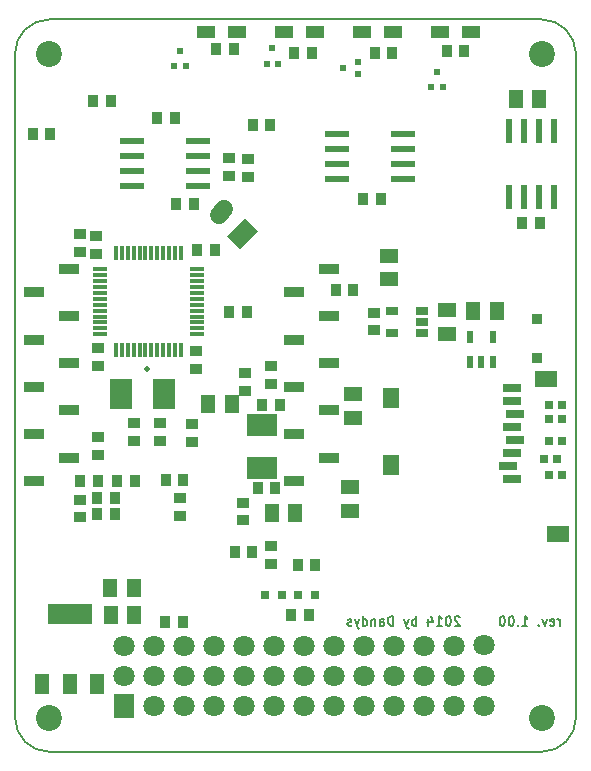
<source format=gbr>
G04 (created by PCBNEW (2013-may-18)-stable) date St 19. únor 2014, 18:08:51 CET*
%MOIN*%
G04 Gerber Fmt 3.4, Leading zero omitted, Abs format*
%FSLAX34Y34*%
G01*
G70*
G90*
G04 APERTURE LIST*
%ADD10C,0.00590551*%
%ADD11C,0.00787402*%
%ADD12C,0.06*%
%ADD13R,0.0335X0.0335*%
%ADD14C,0.0708661*%
%ADD15R,0.0708661X0.0787*%
%ADD16R,0.0394X0.0354*%
%ADD17C,0.0866142*%
%ADD18R,0.0669X0.0334*%
%ADD19R,0.0394X0.0272*%
%ADD20R,0.0512X0.0709*%
%ADD21R,0.1496X0.0709*%
%ADD22R,0.0236X0.0394*%
%ADD23R,0.0236X0.0787*%
%ADD24R,0.0787X0.0236*%
%ADD25R,0.0472X0.059*%
%ADD26R,0.0354X0.0394*%
%ADD27R,0.059X0.0314*%
%ADD28R,0.0551X0.0708*%
%ADD29R,0.0748X0.0551*%
%ADD30R,0.0118X0.0512*%
%ADD31R,0.0512X0.0118*%
%ADD32R,0.0590551X0.0393701*%
%ADD33R,0.0314X0.0314*%
%ADD34R,0.0998882X0.0723291*%
%ADD35R,0.0723291X0.0998882*%
%ADD36R,0.0473X0.059*%
%ADD37R,0.059X0.0472*%
%ADD38R,0.059X0.0473*%
%ADD39C,0.019685*%
%ADD40R,0.0315X0.0275*%
%ADD41R,0.019685X0.023622*%
%ADD42R,0.023622X0.019685*%
G04 APERTURE END LIST*
G54D10*
G54D11*
X17965Y4010D02*
X17965Y4220D01*
X17965Y4160D02*
X17950Y4190D01*
X17935Y4205D01*
X17905Y4220D01*
X17875Y4220D01*
X17650Y4025D02*
X17680Y4010D01*
X17740Y4010D01*
X17770Y4025D01*
X17785Y4055D01*
X17785Y4175D01*
X17770Y4205D01*
X17740Y4220D01*
X17680Y4220D01*
X17650Y4205D01*
X17635Y4175D01*
X17635Y4145D01*
X17785Y4115D01*
X17530Y4220D02*
X17455Y4010D01*
X17380Y4220D01*
X17260Y4040D02*
X17245Y4025D01*
X17260Y4010D01*
X17275Y4025D01*
X17260Y4040D01*
X17260Y4010D01*
X16705Y4010D02*
X16885Y4010D01*
X16795Y4010D02*
X16795Y4325D01*
X16825Y4280D01*
X16855Y4250D01*
X16885Y4235D01*
X16570Y4040D02*
X16555Y4025D01*
X16570Y4010D01*
X16585Y4025D01*
X16570Y4040D01*
X16570Y4010D01*
X16360Y4325D02*
X16330Y4325D01*
X16300Y4310D01*
X16285Y4295D01*
X16270Y4265D01*
X16255Y4205D01*
X16255Y4130D01*
X16270Y4070D01*
X16285Y4040D01*
X16300Y4025D01*
X16330Y4010D01*
X16360Y4010D01*
X16390Y4025D01*
X16405Y4040D01*
X16420Y4070D01*
X16435Y4130D01*
X16435Y4205D01*
X16420Y4265D01*
X16405Y4295D01*
X16390Y4310D01*
X16360Y4325D01*
X16060Y4325D02*
X16030Y4325D01*
X16000Y4310D01*
X15985Y4295D01*
X15970Y4265D01*
X15955Y4205D01*
X15955Y4130D01*
X15970Y4070D01*
X15985Y4040D01*
X16000Y4025D01*
X16030Y4010D01*
X16060Y4010D01*
X16090Y4025D01*
X16105Y4040D01*
X16120Y4070D01*
X16135Y4130D01*
X16135Y4205D01*
X16120Y4265D01*
X16105Y4295D01*
X16090Y4310D01*
X16060Y4325D01*
X14635Y4295D02*
X14620Y4310D01*
X14590Y4325D01*
X14515Y4325D01*
X14485Y4310D01*
X14470Y4295D01*
X14455Y4265D01*
X14455Y4235D01*
X14470Y4190D01*
X14650Y4010D01*
X14455Y4010D01*
X14260Y4325D02*
X14230Y4325D01*
X14200Y4310D01*
X14185Y4295D01*
X14170Y4265D01*
X14155Y4205D01*
X14155Y4130D01*
X14170Y4070D01*
X14185Y4040D01*
X14200Y4025D01*
X14230Y4010D01*
X14260Y4010D01*
X14290Y4025D01*
X14305Y4040D01*
X14320Y4070D01*
X14335Y4130D01*
X14335Y4205D01*
X14320Y4265D01*
X14305Y4295D01*
X14290Y4310D01*
X14260Y4325D01*
X13855Y4010D02*
X14035Y4010D01*
X13945Y4010D02*
X13945Y4325D01*
X13975Y4280D01*
X14005Y4250D01*
X14035Y4235D01*
X13585Y4220D02*
X13585Y4010D01*
X13660Y4340D02*
X13735Y4115D01*
X13540Y4115D01*
X13180Y4010D02*
X13180Y4325D01*
X13180Y4205D02*
X13150Y4220D01*
X13090Y4220D01*
X13060Y4205D01*
X13045Y4190D01*
X13030Y4160D01*
X13030Y4070D01*
X13045Y4040D01*
X13060Y4025D01*
X13090Y4010D01*
X13150Y4010D01*
X13180Y4025D01*
X12925Y4220D02*
X12850Y4010D01*
X12775Y4220D02*
X12850Y4010D01*
X12880Y3935D01*
X12895Y3920D01*
X12925Y3905D01*
X12415Y4010D02*
X12415Y4325D01*
X12340Y4325D01*
X12295Y4310D01*
X12265Y4280D01*
X12250Y4250D01*
X12235Y4190D01*
X12235Y4145D01*
X12250Y4085D01*
X12265Y4055D01*
X12295Y4025D01*
X12340Y4010D01*
X12415Y4010D01*
X11965Y4010D02*
X11965Y4175D01*
X11980Y4205D01*
X12010Y4220D01*
X12070Y4220D01*
X12100Y4205D01*
X11965Y4025D02*
X11995Y4010D01*
X12070Y4010D01*
X12100Y4025D01*
X12115Y4055D01*
X12115Y4085D01*
X12100Y4115D01*
X12070Y4130D01*
X11995Y4130D01*
X11965Y4145D01*
X11815Y4220D02*
X11815Y4010D01*
X11815Y4190D02*
X11800Y4205D01*
X11770Y4220D01*
X11725Y4220D01*
X11695Y4205D01*
X11680Y4175D01*
X11680Y4010D01*
X11395Y4010D02*
X11395Y4325D01*
X11395Y4025D02*
X11425Y4010D01*
X11485Y4010D01*
X11515Y4025D01*
X11530Y4040D01*
X11545Y4070D01*
X11545Y4160D01*
X11530Y4190D01*
X11515Y4205D01*
X11485Y4220D01*
X11425Y4220D01*
X11395Y4205D01*
X11275Y4220D02*
X11200Y4010D01*
X11125Y4220D02*
X11200Y4010D01*
X11230Y3935D01*
X11245Y3920D01*
X11275Y3905D01*
X11020Y4025D02*
X10991Y4010D01*
X10931Y4010D01*
X10901Y4025D01*
X10886Y4055D01*
X10886Y4070D01*
X10901Y4100D01*
X10931Y4115D01*
X10976Y4115D01*
X11005Y4130D01*
X11020Y4160D01*
X11020Y4175D01*
X11005Y4205D01*
X10976Y4220D01*
X10931Y4220D01*
X10901Y4205D01*
G54D10*
X-196Y944D02*
G75*
G03X944Y-196I1141J0D01*
G74*
G01*
X944Y24212D02*
X17362Y24212D01*
X-196Y944D02*
X-196Y23070D01*
X17362Y-196D02*
X944Y-196D01*
X18503Y23070D02*
X18503Y944D01*
X17362Y-196D02*
G75*
G03X18503Y944I0J1141D01*
G74*
G01*
X944Y24212D02*
G75*
G03X-196Y23070I0J-1141D01*
G74*
G01*
X18503Y23070D02*
G75*
G03X17362Y24212I-1141J0D01*
G74*
G01*
G36*
X7911Y17177D02*
X7298Y16565D01*
X6874Y16989D01*
X7486Y17601D01*
X7911Y17177D01*
X7911Y17177D01*
G37*
G54D12*
X6591Y17696D02*
X6779Y17884D01*
G54D13*
X17192Y14241D03*
X17192Y12923D03*
G54D14*
X15433Y3346D03*
X15433Y2342D03*
X15433Y1338D03*
G54D15*
X3425Y1340D03*
G54D14*
X3425Y2340D03*
X4425Y1340D03*
X4425Y2340D03*
X5425Y1340D03*
X5425Y2340D03*
X6425Y1340D03*
X6425Y2340D03*
X7425Y1340D03*
X7425Y2340D03*
X8425Y1340D03*
X8425Y2340D03*
X9425Y1340D03*
X9425Y2340D03*
X10425Y1340D03*
X10425Y2340D03*
X11425Y1340D03*
X11425Y2340D03*
X12425Y1340D03*
X12425Y2340D03*
X3425Y3340D03*
X4425Y3340D03*
X5425Y3340D03*
X6425Y3340D03*
X7425Y3340D03*
X8425Y3340D03*
X9425Y3340D03*
X10425Y3340D03*
X11425Y3340D03*
X12425Y3340D03*
X13425Y1340D03*
X13425Y2340D03*
X13425Y3340D03*
X14425Y1340D03*
X14429Y2342D03*
X14425Y3340D03*
G54D16*
X7559Y18955D03*
X7559Y19547D03*
G54D17*
X944Y23070D03*
X944Y944D03*
X17362Y944D03*
X17362Y23070D03*
G54D18*
X10275Y15905D03*
X9094Y15117D03*
X10275Y14330D03*
X9094Y13542D03*
X10275Y12755D03*
X9094Y11968D03*
X10275Y11180D03*
X9094Y10393D03*
X10275Y9605D03*
X9094Y8818D03*
X433Y8818D03*
X1614Y9605D03*
X433Y10393D03*
X1614Y11180D03*
X433Y11968D03*
X1614Y12755D03*
X433Y13542D03*
X1614Y14330D03*
X433Y15117D03*
X1614Y15905D03*
G54D19*
X13386Y14507D03*
X13386Y13759D03*
X13386Y14133D03*
X12362Y13759D03*
X12362Y14507D03*
G54D20*
X2531Y2049D03*
X1625Y2049D03*
X719Y2049D03*
G54D21*
X1625Y4411D03*
G54D22*
X15725Y12804D03*
X14975Y12804D03*
X15350Y12804D03*
X14975Y13636D03*
X15725Y13636D03*
G54D23*
X17757Y18309D03*
X17257Y18309D03*
X16757Y18309D03*
X16257Y18309D03*
X16257Y20509D03*
X16757Y20509D03*
X17257Y20509D03*
X17757Y20509D03*
G54D24*
X3703Y18659D03*
X3703Y19159D03*
X3703Y19659D03*
X3703Y20159D03*
X5903Y20159D03*
X5903Y19659D03*
X5903Y19159D03*
X5903Y18659D03*
G54D25*
X16495Y21555D03*
X17283Y21555D03*
X15866Y14507D03*
X15078Y14507D03*
G54D26*
X2420Y21496D03*
X3012Y21496D03*
X12382Y23110D03*
X11790Y23110D03*
X14784Y23149D03*
X14192Y23149D03*
X9705Y23110D03*
X9113Y23110D03*
X7107Y23228D03*
X6515Y23228D03*
X1987Y8818D03*
X2579Y8818D03*
G54D16*
X8326Y12658D03*
X8326Y12066D03*
G54D26*
X6948Y14448D03*
X7540Y14448D03*
X3799Y8818D03*
X3207Y8818D03*
X3130Y8267D03*
X2538Y8267D03*
G54D16*
X1968Y7617D03*
X1968Y8209D03*
X8338Y6054D03*
X8338Y6646D03*
G54D26*
X9223Y6039D03*
X9815Y6039D03*
G54D16*
X7480Y12421D03*
X7480Y11829D03*
G54D27*
X16387Y8886D03*
X16230Y9319D03*
X16387Y9752D03*
X16466Y10185D03*
X16387Y10618D03*
X16466Y11051D03*
X16387Y11484D03*
X16387Y11917D03*
G54D28*
X12332Y11598D03*
X12332Y9354D03*
G54D29*
X17903Y7051D03*
X17509Y12228D03*
G54D30*
X4743Y13189D03*
X4546Y13189D03*
X4349Y13189D03*
X4153Y13189D03*
X3956Y13189D03*
X5334Y13189D03*
X5137Y13189D03*
X4940Y13189D03*
G54D31*
X2637Y13720D03*
X2637Y13917D03*
X2637Y14114D03*
X2637Y14311D03*
X2637Y14508D03*
X2637Y14705D03*
X2637Y14901D03*
X2637Y15098D03*
G54D30*
X3168Y16417D03*
X3365Y16417D03*
X3562Y16417D03*
X3759Y16417D03*
X3956Y16417D03*
X4153Y16417D03*
X4349Y16417D03*
X4546Y16417D03*
G54D31*
X5865Y15886D03*
X5865Y15689D03*
X5865Y15492D03*
X5865Y15295D03*
X5865Y15098D03*
X5865Y14901D03*
X5865Y14705D03*
X5865Y14508D03*
G54D30*
X3759Y13189D03*
X3562Y13189D03*
X3365Y13189D03*
X3168Y13189D03*
G54D31*
X2637Y15295D03*
X2637Y15492D03*
X2637Y15689D03*
X2637Y15886D03*
G54D30*
X4743Y16417D03*
X4940Y16417D03*
X5137Y16417D03*
X5334Y16417D03*
G54D31*
X5865Y14311D03*
X5865Y14114D03*
X5865Y13917D03*
X5865Y13720D03*
G54D32*
X6181Y23779D03*
X7204Y23779D03*
X8779Y23779D03*
X9803Y23779D03*
X13976Y23779D03*
X15000Y23779D03*
X11377Y23779D03*
X12401Y23779D03*
G54D33*
X8130Y5039D03*
X8720Y5039D03*
X9818Y5039D03*
X9228Y5039D03*
G54D34*
X8031Y9251D03*
X8031Y10708D03*
G54D35*
X3326Y11732D03*
X4783Y11732D03*
G54D25*
X8365Y7775D03*
G54D36*
X9153Y7775D03*
G54D25*
X7027Y11397D03*
G54D36*
X6239Y11397D03*
G54D37*
X12283Y15550D03*
G54D38*
X12283Y16338D03*
G54D37*
X10964Y7834D03*
G54D38*
X10964Y8622D03*
G54D37*
X11062Y11732D03*
G54D38*
X11062Y10944D03*
G54D25*
X2991Y4370D03*
G54D36*
X3779Y4370D03*
G54D37*
X14212Y14523D03*
G54D38*
X14212Y13735D03*
G54D25*
X2972Y5255D03*
G54D36*
X3760Y5255D03*
G54D26*
X8050Y11377D03*
X8642Y11377D03*
X7892Y8582D03*
X8484Y8582D03*
G54D16*
X4645Y10768D03*
X4645Y10176D03*
X3779Y10768D03*
X3779Y10176D03*
G54D26*
X3130Y7716D03*
X2538Y7716D03*
X16711Y17440D03*
X17303Y17440D03*
X11083Y15196D03*
X10491Y15196D03*
G54D16*
X6929Y18995D03*
X6929Y19587D03*
G54D26*
X5138Y20944D03*
X4546Y20944D03*
X7717Y6476D03*
X7125Y6476D03*
G54D16*
X5314Y8248D03*
X5314Y7656D03*
G54D26*
X5414Y8858D03*
X4822Y8858D03*
G54D16*
X5708Y10137D03*
X5708Y10729D03*
X2559Y10296D03*
X2559Y9704D03*
X7401Y8110D03*
X7401Y7518D03*
X2519Y16988D03*
X2519Y16396D03*
G54D26*
X6477Y16535D03*
X5885Y16535D03*
G54D16*
X5826Y12578D03*
X5826Y13170D03*
X2559Y13248D03*
X2559Y12656D03*
X1968Y17067D03*
X1968Y16475D03*
X11775Y14437D03*
X11775Y13845D03*
G54D26*
X5176Y18070D03*
X5768Y18070D03*
G54D39*
X4188Y12547D03*
G54D40*
X17618Y11377D03*
X18050Y11377D03*
X17618Y10157D03*
X18050Y10157D03*
X17618Y9015D03*
X18050Y9015D03*
X17618Y10905D03*
X18050Y10905D03*
X17869Y9566D03*
X17437Y9566D03*
G54D41*
X5511Y22657D03*
X5118Y22657D03*
X5314Y23169D03*
X8582Y22736D03*
X8188Y22736D03*
X8385Y23248D03*
X14055Y21948D03*
X13661Y21948D03*
X13858Y22460D03*
G54D42*
X11240Y22795D03*
X11240Y22401D03*
X10728Y22598D03*
G54D26*
X5406Y4125D03*
X4814Y4125D03*
X9599Y4377D03*
X9007Y4377D03*
X981Y20397D03*
X389Y20397D03*
X8315Y20688D03*
X7723Y20688D03*
G54D24*
X10537Y18883D03*
X10537Y19383D03*
X10537Y19883D03*
X10537Y20383D03*
X12737Y20383D03*
X12737Y19883D03*
X12737Y19383D03*
X12737Y18883D03*
G54D26*
X12000Y18236D03*
X11408Y18236D03*
M02*

</source>
